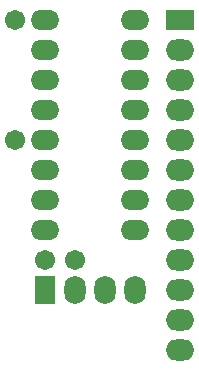
<source format=gbs>
G04 (created by PCBNEW (2013-jun-18)-testing) date Sun 14 Jul 2013 06:43:36 PM EEST*
%MOIN*%
G04 Gerber Fmt 3.4, Leading zero omitted, Abs format*
%FSLAX34Y34*%
G01*
G70*
G90*
G04 APERTURE LIST*
%ADD10C,0.005906*%
%ADD11R,0.070992X0.094614*%
%ADD12O,0.070992X0.094614*%
%ADD13O,0.094614X0.067055*%
%ADD14R,0.094614X0.070992*%
%ADD15O,0.094614X0.070992*%
%ADD16C,0.067055*%
G04 APERTURE END LIST*
G54D10*
G54D11*
X1750Y2750D03*
G54D12*
X2750Y2750D03*
X3750Y2750D03*
X4750Y2750D03*
G54D13*
X4750Y4750D03*
X4750Y5750D03*
X4750Y6750D03*
X4750Y7750D03*
X4750Y8750D03*
X4750Y9750D03*
X4750Y10750D03*
X4750Y11750D03*
X1750Y11750D03*
X1750Y10750D03*
X1750Y9750D03*
X1750Y8750D03*
X1750Y7750D03*
X1750Y6750D03*
X1750Y5750D03*
X1750Y4750D03*
G54D14*
X6250Y11750D03*
G54D15*
X6250Y10750D03*
X6250Y9750D03*
X6250Y8750D03*
X6250Y7750D03*
X6250Y6750D03*
X6250Y5750D03*
X6250Y4750D03*
X6250Y3750D03*
X6250Y2750D03*
X6250Y1750D03*
X6250Y750D03*
G54D16*
X750Y11750D03*
X750Y7750D03*
X2750Y3750D03*
X1750Y3750D03*
M02*

</source>
